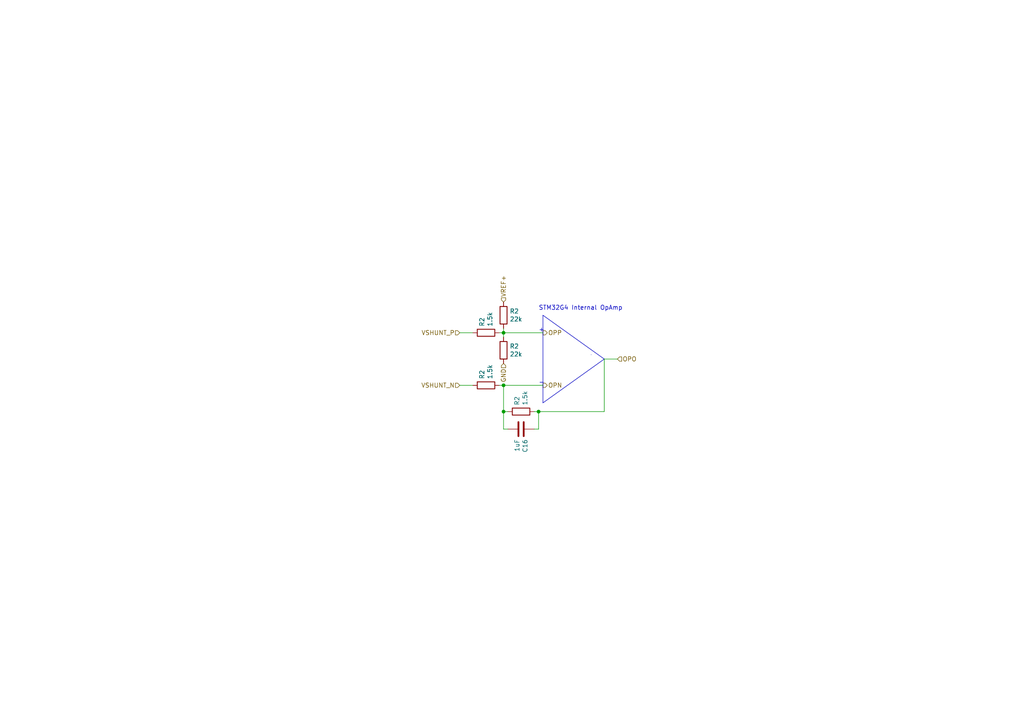
<source format=kicad_sch>
(kicad_sch (version 20230121) (generator eeschema)
  (paper "A4")
  (lib_symbols
    (symbol "Device:C" (pin_numbers hide) (pin_names (offset 0.254))
      (property "Reference" "C" (at 0.635 2.54 0))
      (property "Value" "C" (at 0.635 -2.54 0))
      (symbol "C_0_1"
        (polyline (pts (xy -2.032 -0.762) (xy 2.032 -0.762)) (stroke (width 0.508)))
        (polyline (pts (xy -2.032 0.762) (xy 2.032 0.762)) (stroke (width 0.508)))
      )
      (symbol "C_1_1"
        (pin passive line (at 0 3.81 270) (length 2.794) (name "~") (number "1"))
        (pin passive line (at 0 -3.81 90) (length 2.794) (name "~") (number "2"))
      )
    )
    (symbol "Device:R" (pin_numbers hide) (pin_names (offset 0))
      (property "Reference" "R" (at 2.032 0 90))
      (property "Value" "R" (at 0 0 90))
      (symbol "R_0_1"
        (rectangle (start -1.016 -2.54) (end 1.016 2.54) (stroke (width 0.254)))
      )
      (symbol "R_1_1"
        (pin passive line (at 0 3.81 270) (length 1.27) (name "~") (number "1"))
        (pin passive line (at 0 -3.81 90) (length 1.27) (name "~") (number "2"))
      )
    )
  )
  (junction (at 146.05 111.76))
  (junction (at 146.05 96.52))
  (junction (at 146.05 119.38))
  (junction (at 156.21 119.38))
  (wire (pts (xy 156.21 124.46) (xy 156.21 119.38)))
  (wire (pts (xy 156.21 119.38) (xy 154.94 119.38)))
  (wire (pts (xy 175.26 104.14) (xy 175.26 119.38)))
  (wire (pts (xy 175.26 104.14) (xy 179.07 104.14)))
  (wire (pts (xy 133.35 96.52) (xy 137.16 96.52)))
  (polyline (pts (xy 157.48 91.44) (xy 157.48 116.84)))
  (wire (pts (xy 133.35 111.76) (xy 137.16 111.76)))
  (polyline (pts (xy 157.48 116.84) (xy 175.26 104.14)))
  (wire (pts (xy 146.05 96.52) (xy 157.48 96.52)))
  (wire (pts (xy 144.78 111.76) (xy 146.05 111.76)))
  (polyline (pts (xy 157.48 91.44) (xy 175.26 104.14)))
  (wire (pts (xy 156.21 124.46) (xy 154.94 124.46)))
  (wire (pts (xy 146.05 95.25) (xy 146.05 96.52)))
  (wire (pts (xy 146.05 96.52) (xy 146.05 97.79)))
  (polyline (pts (xy 171.45 102.87) (xy 171.45 102.87)))
  (wire (pts (xy 146.05 111.76) (xy 146.05 119.38)))
  (wire (pts (xy 146.05 119.38) (xy 147.32 119.38)))
  (wire (pts (xy 144.78 96.52) (xy 146.05 96.52)))
  (wire (pts (xy 146.05 111.76) (xy 157.48 111.76)))
  (wire (pts (xy 175.26 119.38) (xy 156.21 119.38)))
  (wire (pts (xy 146.05 124.46) (xy 147.32 124.46)))
  (wire (pts (xy 146.05 119.38) (xy 146.05 124.46)))
  (text "+" (at 156.21 96.52 0) (effects (font (size 1.27 1.27)) (justify left bottom)))
  (text "STM32G4 Internal OpAmp" (at 156.21 90.17 0) (effects (font (size 1.27 1.27)) (justify left bottom)))
  (text "-" (at 156.21 111.76 0) (effects (font (size 1.27 1.27)) (justify left bottom)))
  (hierarchical_label "OPP" (shape output) (at 157.48 96.52 0))
  (hierarchical_label "GND" (shape input) (at 146.05 105.41 270))
  (hierarchical_label "VSHUNT_N" (shape input) (at 133.35 111.76 180))
  (hierarchical_label "VSHUNT_P" (shape input) (at 133.35 96.52 180))
  (hierarchical_label "OPN" (shape output) (at 157.48 111.76 0))
  (hierarchical_label "VREF+" (shape input) (at 146.05 87.63 90))
  (hierarchical_label "OPO" (shape input) (at 179.07 104.14 0))
  (symbol (lib_id "Device:R") (at 140.97 96.52 90) (unit 1)
    (property "Reference" "R2" (at 139.8016 94.742 0) (effects (justify left)))
    (property "Value" "1.5k" (at 142.113 94.742 0) (effects (justify left)))
    (property "Footprint" "Resistor_SMD:R_0402_1005Metric" (effects hide))
    (property "LCSC Part" "C31850" (effects hide))
    (instances (project "STSPIN32G4" (path "" (reference "R2") (unit 1))) (project "BLDCDriver_1.5_KiCad" (path "" (reference "R14") (unit 1)) (path "" (reference "R12") (unit 1))))
  )
  (symbol (lib_id "Device:C") (at 151.13 124.46 90) (unit 1)
    (property "Reference" "C16" (at 152.2984 127.381 0) (effects (justify right)))
    (property "Value" "1uF" (at 149.987 127.381 0) (effects (justify right)))
    (property "Footprint" "Capacitor_SMD:C_0402_1005Metric" (effects hide))
    (property "LCSC Part" "C6119811" (effects hide))
  )
  (symbol (lib_id "Device:R") (at 146.05 91.44 0) (unit 1)
    (property "Reference" "R2" (at 147.828 90.2716 0) (effects (justify left)))
    (property "Value" "22k" (at 147.828 92.583 0) (effects (justify left)))
    (property "Footprint" "Resistor_SMD:R_0402_1005Metric" (effects hide))
    (property "LCSC Part" "C31850" (effects hide))
    (instances (project "STSPIN32G4" (path "" (reference "R2") (unit 1))) (project "BLDCDriver_1.5_KiCad" (path "" (reference "R12") (unit 1)) (path "" (reference "R14") (unit 1))))
  )
  (symbol (lib_id "Device:R") (at 151.13 119.38 90) (unit 1)
    (property "Reference" "R2" (at 149.9616 117.602 0) (effects (justify left)))
    (property "Value" "1.5k" (at 152.273 117.602 0) (effects (justify left)))
    (property "Footprint" "Resistor_SMD:R_0402_1005Metric" (effects hide))
    (property "LCSC Part" "C31850" (effects hide))
    (instances (project "STSPIN32G4" (path "" (reference "R2") (unit 1))) (project "BLDCDriver_1.5_KiCad" (path "" (reference "R16") (unit 1)) (path "" (reference "R16") (unit 1))))
  )
  (symbol (lib_id "Device:R") (at 140.97 111.76 90) (unit 1)
    (property "Reference" "R2" (at 139.8016 109.982 0) (effects (justify left)))
    (property "Value" "1.5k" (at 142.113 109.982 0) (effects (justify left)))
    (property "Footprint" "Resistor_SMD:R_0402_1005Metric" (effects hide))
    (property "LCSC Part" "C31850" (effects hide))
    (instances (project "STSPIN32G4" (path "" (reference "R2") (unit 1))) (project "BLDCDriver_1.5_KiCad" (path "" (reference "R15") (unit 1)) (path "" (reference "R13") (unit 1))))
  )
  (symbol (lib_id "Device:R") (at 146.05 101.6 0) (unit 1)
    (property "Reference" "R2" (at 147.828 100.4316 0) (effects (justify left)))
    (property "Value" "22k" (at 147.828 102.743 0) (effects (justify left)))
    (property "Footprint" "Resistor_SMD:R_0402_1005Metric" (effects hide))
    (property "LCSC Part" "C31850" (effects hide))
    (instances (project "STSPIN32G4" (path "" (reference "R2") (unit 1))) (project "BLDCDriver_1.5_KiCad" (path "" (reference "R13") (unit 1)) (path "" (reference "R15") (unit 1))))
  )
)
</source>
